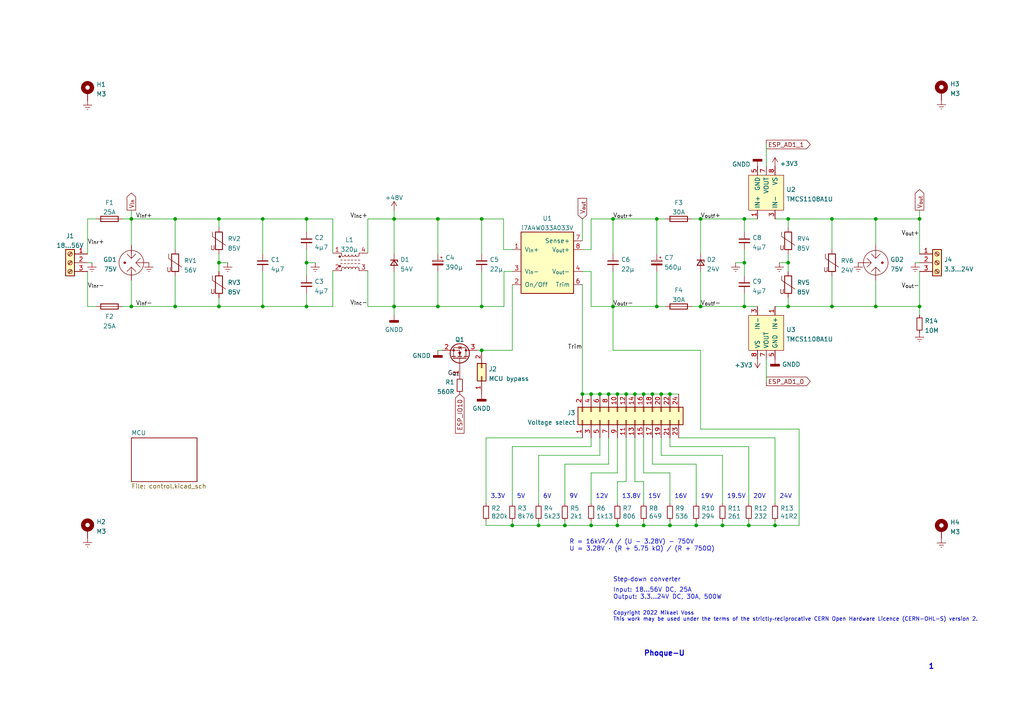
<source format=kicad_sch>
(kicad_sch (version 20211123) (generator eeschema)
  (paper "A4")
  (lib_symbols
    (symbol "Connector:Screw_Terminal_01x03" (pin_names (offset 1.016) hide)
      (property "Reference" "J" (at 0 5.08 0))
      (property "Value" "Screw_Terminal_01x03" (at 0 -5.08 0))
      (symbol "Screw_Terminal_01x03_1_1"
        (rectangle (start -1.27 3.81) (end 1.27 -3.81) (stroke (width 0.254)) (fill (type background)))
        (circle (center 0 -2.54) (radius 0.635) (stroke (width 0.1524)))
        (polyline (pts (xy -0.5334 -2.2098) (xy 0.3302 -3.048)) (stroke (width 0.1524)))
        (polyline (pts (xy -0.5334 0.3302) (xy 0.3302 -0.508)) (stroke (width 0.1524)))
        (polyline (pts (xy -0.5334 2.8702) (xy 0.3302 2.032)) (stroke (width 0.1524)))
        (polyline (pts (xy -0.3556 -2.032) (xy 0.508 -2.8702)) (stroke (width 0.1524)))
        (polyline (pts (xy -0.3556 0.508) (xy 0.508 -0.3302)) (stroke (width 0.1524)))
        (polyline (pts (xy -0.3556 3.048) (xy 0.508 2.2098)) (stroke (width 0.1524)))
        (circle (center 0 0) (radius 0.635) (stroke (width 0.1524)))
        (circle (center 0 2.54) (radius 0.635) (stroke (width 0.1524)))
        (pin passive line (at -5.08 2.54 0) (length 3.81) (name "Pin_1") (number "1"))
        (pin passive line (at -5.08 0 0) (length 3.81) (name "Pin_2") (number "2"))
        (pin passive line (at -5.08 -2.54 0) (length 3.81) (name "Pin_3") (number "3"))
      )
    )
    (symbol "Connector_Generic:Conn_02x01" (pin_names (offset 1.016) hide)
      (property "Reference" "J" (at 1.27 2.54 0))
      (property "Value" "Conn_02x01" (at 1.27 -2.54 0))
      (symbol "Conn_02x01_1_1"
        (rectangle (start -1.27 0.127) (end 0 -0.127) (stroke (width 0.1524)))
        (rectangle (start -1.27 1.27) (end 3.81 -1.27) (stroke (width 0.254)) (fill (type background)))
        (rectangle (start 3.81 0.127) (end 2.54 -0.127) (stroke (width 0.1524)))
        (pin passive line (at -5.08 0 0) (length 3.81) (name "Pin_1") (number "1"))
        (pin passive line (at 7.62 0 180) (length 3.81) (name "Pin_2") (number "2"))
      )
    )
    (symbol "Connector_Generic:Conn_02x12_Odd_Even" (pin_names (offset 1.016) hide)
      (property "Reference" "J" (at 1.27 15.24 0))
      (property "Value" "Conn_02x12_Odd_Even" (at 1.27 -17.78 0))
      (symbol "Conn_02x12_Odd_Even_1_1"
        (rectangle (start -1.27 -15.113) (end 0 -15.367) (stroke (width 0.1524)))
        (rectangle (start -1.27 -12.573) (end 0 -12.827) (stroke (width 0.1524)))
        (rectangle (start -1.27 -10.033) (end 0 -10.287) (stroke (width 0.1524)))
        (rectangle (start -1.27 -7.493) (end 0 -7.747) (stroke (width 0.1524)))
        (rectangle (start -1.27 -4.953) (end 0 -5.207) (stroke (width 0.1524)))
        (rectangle (start -1.27 -2.413) (end 0 -2.667) (stroke (width 0.1524)))
        (rectangle (start -1.27 0.127) (end 0 -0.127) (stroke (width 0.1524)))
        (rectangle (start -1.27 2.667) (end 0 2.413) (stroke (width 0.1524)))
        (rectangle (start -1.27 5.207) (end 0 4.953) (stroke (width 0.1524)))
        (rectangle (start -1.27 7.747) (end 0 7.493) (stroke (width 0.1524)))
        (rectangle (start -1.27 10.287) (end 0 10.033) (stroke (width 0.1524)))
        (rectangle (start -1.27 12.827) (end 0 12.573) (stroke (width 0.1524)))
        (rectangle (start -1.27 13.97) (end 3.81 -16.51) (stroke (width 0.254)) (fill (type background)))
        (rectangle (start 3.81 -15.113) (end 2.54 -15.367) (stroke (width 0.1524)))
        (rectangle (start 3.81 -12.573) (end 2.54 -12.827) (stroke (width 0.1524)))
        (rectangle (start 3.81 -10.033) (end 2.54 -10.287) (stroke (width 0.1524)))
        (rectangle (start 3.81 -7.493) (end 2.54 -7.747) (stroke (width 0.1524)))
        (rectangle (start 3.81 -4.953) (end 2.54 -5.207) (stroke (width 0.1524)))
        (rectangle (start 3.81 -2.413) (end 2.54 -2.667) (stroke (width 0.1524)))
        (rectangle (start 3.81 0.127) (end 2.54 -0.127) (stroke (width 0.1524)))
        (rectangle (start 3.81 2.667) (end 2.54 2.413) (stroke (width 0.1524)))
        (rectangle (start 3.81 5.207) (end 2.54 4.953) (stroke (width 0.1524)))
        (rectangle (start 3.81 7.747) (end 2.54 7.493) (stroke (width 0.1524)))
        (rectangle (start 3.81 10.287) (end 2.54 10.033) (stroke (width 0.1524)))
        (rectangle (start 3.81 12.827) (end 2.54 12.573) (stroke (width 0.1524)))
        (pin passive line (at -5.08 12.7 0) (length 3.81) (name "Pin_1") (number "1"))
        (pin passive line (at 7.62 2.54 180) (length 3.81) (name "Pin_10") (number "10"))
        (pin passive line (at -5.08 0 0) (length 3.81) (name "Pin_11") (number "11"))
        (pin passive line (at 7.62 0 180) (length 3.81) (name "Pin_12") (number "12"))
        (pin passive line (at -5.08 -2.54 0) (length 3.81) (name "Pin_13") (number "13"))
        (pin passive line (at 7.62 -2.54 180) (length 3.81) (name "Pin_14") (number "14"))
        (pin passive line (at -5.08 -5.08 0) (length 3.81) (name "Pin_15") (number "15"))
        (pin passive line (at 7.62 -5.08 180) (length 3.81) (name "Pin_16") (number "16"))
        (pin passive line (at -5.08 -7.62 0) (length 3.81) (name "Pin_17") (number "17"))
        (pin passive line (at 7.62 -7.62 180) (length 3.81) (name "Pin_18") (number "18"))
        (pin passive line (at -5.08 -10.16 0) (length 3.81) (name "Pin_19") (number "19"))
        (pin passive line (at 7.62 12.7 180) (length 3.81) (name "Pin_2") (number "2"))
        (pin passive line (at 7.62 -10.16 180) (length 3.81) (name "Pin_20") (number "20"))
        (pin passive line (at -5.08 -12.7 0) (length 3.81) (name "Pin_21") (number "21"))
        (pin passive line (at 7.62 -12.7 180) (length 3.81) (name "Pin_22") (number "22"))
        (pin passive line (at -5.08 -15.24 0) (length 3.81) (name "Pin_23") (number "23"))
        (pin passive line (at 7.62 -15.24 180) (length 3.81) (name "Pin_24") (number "24"))
        (pin passive line (at -5.08 10.16 0) (length 3.81) (name "Pin_3") (number "3"))
        (pin passive line (at 7.62 10.16 180) (length 3.81) (name "Pin_4") (number "4"))
        (pin passive line (at -5.08 7.62 0) (length 3.81) (name "Pin_5") (number "5"))
        (pin passive line (at 7.62 7.62 180) (length 3.81) (name "Pin_6") (number "6"))
        (pin passive line (at -5.08 5.08 0) (length 3.81) (name "Pin_7") (number "7"))
        (pin passive line (at 7.62 5.08 180) (length 3.81) (name "Pin_8") (number "8"))
        (pin passive line (at -5.08 2.54 0) (length 3.81) (name "Pin_9") (number "9"))
      )
    )
    (symbol "Device:C_Polarized_Small" (pin_numbers hide) (pin_names (offset 0.254) hide)
      (property "Reference" "C" (at 0.254 1.778 0))
      (property "Value" "C_Polarized_Small" (at 0.254 -2.032 0))
      (symbol "C_Polarized_Small_0_1"
        (rectangle (start -1.524 -0.3048) (end 1.524 -0.6858) (fill (type outline)))
        (rectangle (start -1.524 0.6858) (end 1.524 0.3048))
        (polyline (pts (xy -1.27 1.524) (xy -0.762 1.524)))
        (polyline (pts (xy -1.016 1.27) (xy -1.016 1.778)))
      )
      (symbol "C_Polarized_Small_1_1"
        (pin passive line (at 0 2.54 270) (length 1.8542) (name "~") (number "1"))
        (pin passive line (at 0 -2.54 90) (length 1.8542) (name "~") (number "2"))
      )
    )
    (symbol "Device:C_Small" (pin_numbers hide) (pin_names (offset 0.254) hide)
      (property "Reference" "C" (at 0.254 1.778 0))
      (property "Value" "C_Small" (at 0.254 -2.032 0))
      (symbol "C_Small_0_1"
        (polyline (pts (xy -1.524 -0.508) (xy 1.524 -0.508)) (stroke (width 0.3302)))
        (polyline (pts (xy -1.524 0.508) (xy 1.524 0.508)) (stroke (width 0.3048)))
      )
      (symbol "C_Small_1_1"
        (pin passive line (at 0 2.54 270) (length 2.032) (name "~") (number "1"))
        (pin passive line (at 0 -2.54 90) (length 2.032) (name "~") (number "2"))
      )
    )
    (symbol "Device:D_Zener_Small" (pin_numbers hide) (pin_names (offset 0.254) hide)
      (property "Reference" "D" (at 0 2.286 0))
      (property "Value" "D_Zener_Small" (at 0 -2.286 0))
      (symbol "D_Zener_Small_0_1"
        (polyline (pts (xy 0.762 0) (xy -0.762 0)))
        (polyline (pts (xy -0.254 1.016) (xy -0.762 1.016) (xy -0.762 -1.016)) (stroke (width 0.254)))
        (polyline (pts (xy 0.762 1.016) (xy -0.762 0) (xy 0.762 -1.016) (xy 0.762 1.016)) (stroke (width 0.254)))
      )
      (symbol "D_Zener_Small_1_1"
        (pin passive line (at -2.54 0 0) (length 1.778) (name "K") (number "1"))
        (pin passive line (at 2.54 0 180) (length 1.778) (name "A") (number "2"))
      )
    )
    (symbol "Device:Fuse" (pin_numbers hide) (pin_names (offset 0))
      (property "Reference" "F" (at 2.032 0 90))
      (property "Value" "Fuse" (at -1.905 0 90))
      (symbol "Fuse_0_1"
        (rectangle (start -0.762 -2.54) (end 0.762 2.54) (stroke (width 0.254)))
        (polyline (pts (xy 0 2.54) (xy 0 -2.54)))
      )
      (symbol "Fuse_1_1"
        (pin passive line (at 0 3.81 270) (length 1.27) (name "~") (number "1"))
        (pin passive line (at 0 -3.81 90) (length 1.27) (name "~") (number "2"))
      )
    )
    (symbol "Device:GDT_3Pin" (pin_numbers hide)
      (property "Reference" "GD" (at 5.08 0 90))
      (property "Value" "GDT_3Pin" (at 7.62 0 90))
      (symbol "GDT_3Pin_0_1"
        (polyline (pts (xy -2.54 0) (xy -1.27 0)))
        (polyline (pts (xy 0 -2.54) (xy 0 -1.27)))
        (polyline (pts (xy 0 -1.27) (xy -1.27 -2.54)))
        (polyline (pts (xy 0 -1.27) (xy 1.27 -2.54)))
        (polyline (pts (xy 0 1.27) (xy -1.27 2.54)))
        (polyline (pts (xy 0 1.27) (xy 1.27 2.54)))
        (polyline (pts (xy 0 2.54) (xy 0 1.27)))
        (polyline (pts (xy -2.54 1.27) (xy -1.27 0) (xy -2.54 -1.27)))
        (circle (center 0 0) (radius 3.5814))
        (circle (center 1.905 0) (radius 0.127))
        (circle (center 1.905 0) (radius 0.127))
        (circle (center 1.905 0) (radius 0.2794))
        (circle (center 2.032 0) (radius 0.127))
      )
      (symbol "GDT_3Pin_1_1"
        (pin passive line (at 0 -5.08 90) (length 2.54) (name "~") (number "1"))
        (pin passive line (at -5.08 0 0) (length 2.54) (name "~") (number "2"))
        (pin passive line (at 0 5.08 270) (length 2.54) (name "~") (number "3"))
      )
    )
    (symbol "Device:L_Ferrite_Coupled_1423" (pin_names (offset 0.254) hide)
      (property "Reference" "L" (at 0 4.445 0))
      (property "Value" "L_Ferrite_Coupled_1423" (at 0 -4.445 0))
      (symbol "L_Ferrite_Coupled_1423_0_1"
        (circle (center -3.048 -1.27) (radius 0.254) (fill (type outline)))
        (circle (center -3.048 1.524) (radius 0.254) (fill (type outline)))
        (arc (start -2.54 2.032) (mid -2.032 1.524) (end -1.524 2.032))
        (arc (start -1.524 -2.032) (mid -2.032 -1.524) (end -2.54 -2.032))
        (arc (start -1.524 2.032) (mid -1.016 1.524) (end -0.508 2.032))
        (arc (start -0.508 -2.032) (mid -1.016 -1.524) (end -1.524 -2.032))
        (arc (start -0.508 2.032) (mid 0 1.524) (end 0.508 2.032))
        (polyline (pts (xy -2.794 -0.508) (xy -2.286 -0.508)))
        (polyline (pts (xy -2.794 0.508) (xy -2.286 0.508)))
        (polyline (pts (xy -2.54 -2.032) (xy -2.54 -2.54)))
        (polyline (pts (xy -2.54 2.032) (xy -2.54 2.54)))
        (polyline (pts (xy -1.778 -0.508) (xy -1.27 -0.508)))
        (polyline (pts (xy -1.778 0.508) (xy -1.27 0.508)))
        (polyline (pts (xy -0.762 -0.508) (xy -0.254 -0.508)))
        (polyline (pts (xy -0.762 0.508) (xy -0.254 0.508)))
        (polyline (pts (xy 0.254 -0.508) (xy 0.762 -0.508)))
        (polyline (pts (xy 0.254 0.508) (xy 0.762 0.508)))
        (polyline (pts (xy 1.27 -0.508) (xy 1.778 -0.508)))
        (polyline (pts (xy 1.27 0.508) (xy 1.778 0.508)))
        (polyline (pts (xy 2.286 -0.508) (xy 2.794 -0.508)))
        (polyline (pts (xy 2.286 0.508) (xy 2.794 0.508)))
        (polyline (pts (xy 2.54 -2.032) (xy 2.54 -2.54)))
        (polyline (pts (xy 2.54 2.54) (xy 2.54 2.032)))
        (arc (start 0.508 -2.032) (mid 0 -1.524) (end -0.508 -2.032))
        (arc (start 0.508 2.032) (mid 1.016 1.524) (end 1.524 2.032))
        (arc (start 1.524 -2.032) (mid 1.016 -1.524) (end 0.508 -2.032))
        (arc (start 1.524 2.032) (mid 2.032 1.524) (end 2.54 2.032))
        (arc (start 2.54 -2.032) (mid 2.032 -1.524) (end 1.524 -2.032))
      )
      (symbol "L_Ferrite_Coupled_1423_1_1"
        (pin passive line (at -5.08 2.54 0) (length 2.54) (name "1") (number "1"))
        (pin passive line (at -5.08 -2.54 0) (length 2.54) (name "2") (number "2"))
        (pin passive line (at 5.08 -2.54 180) (length 2.54) (name "3") (number "3"))
        (pin passive line (at 5.08 2.54 180) (length 2.54) (name "4") (number "4"))
      )
    )
    (symbol "Device:Q_NMOS_GSD" (pin_names (offset 0) hide)
      (property "Reference" "Q" (at 5.08 1.27 0))
      (property "Value" "Q_NMOS_GSD" (at 5.08 -1.27 0))
      (symbol "Q_NMOS_GSD_0_1"
        (polyline (pts (xy 0.254 0) (xy -2.54 0)))
        (polyline (pts (xy 0.254 1.905) (xy 0.254 -1.905)) (stroke (width 0.254)))
        (polyline (pts (xy 0.762 -1.27) (xy 0.762 -2.286)) (stroke (width 0.254)))
        (polyline (pts (xy 0.762 0.508) (xy 0.762 -0.508)) (stroke (width 0.254)))
        (polyline (pts (xy 0.762 2.286) (xy 0.762 1.27)) (stroke (width 0.254)))
        (polyline (pts (xy 2.54 2.54) (xy 2.54 1.778)))
        (polyline (pts (xy 2.54 -2.54) (xy 2.54 0) (xy 0.762 0)))
        (polyline (pts (xy 0.762 -1.778) (xy 3.302 -1.778) (xy 3.302 1.778) (xy 0.762 1.778)))
        (polyline (pts (xy 1.016 0) (xy 2.032 0.381) (xy 2.032 -0.381) (xy 1.016 0)) (fill (type outline)))
        (polyline (pts (xy 2.794 0.508) (xy 2.921 0.381) (xy 3.683 0.381) (xy 3.81 0.254)))
        (polyline (pts (xy 3.302 0.381) (xy 2.921 -0.254) (xy 3.683 -0.254) (xy 3.302 0.381)))
        (circle (center 1.651 0) (radius 2.794) (stroke (width 0.254)))
        (circle (center 2.54 -1.778) (radius 0.254) (fill (type outline)))
        (circle (center 2.54 1.778) (radius 0.254) (fill (type outline)))
      )
      (symbol "Q_NMOS_GSD_1_1"
        (pin input line (at -5.08 0 0) (length 2.54) (name "G") (number "1"))
        (pin passive line (at 2.54 -5.08 90) (length 2.54) (name "S") (number "2"))
        (pin passive line (at 2.54 5.08 270) (length 2.54) (name "D") (number "3"))
      )
    )
    (symbol "Device:R_Small" (pin_numbers hide) (pin_names (offset 0.254) hide)
      (property "Reference" "R" (at 0.762 0.508 0))
      (property "Value" "R_Small" (at 0.762 -1.016 0))
      (symbol "R_Small_0_1"
        (rectangle (start -0.762 1.778) (end 0.762 -1.778) (stroke (width 0.2032)))
      )
      (symbol "R_Small_1_1"
        (pin passive line (at 0 2.54 270) (length 0.762) (name "~") (number "1"))
        (pin passive line (at 0 -2.54 90) (length 0.762) (name "~") (number "2"))
      )
    )
    (symbol "Device:Varistor" (pin_numbers hide) (pin_names (offset 0))
      (property "Reference" "RV" (at 3.175 0 90))
      (property "Value" "Varistor" (at -3.175 0 90))
      (symbol "Varistor_0_0"
        (text "U" (at -1.778 -2.032 0) (effects (font (size 1.27 1.27))))
      )
      (symbol "Varistor_0_1"
        (rectangle (start -1.016 -2.54) (end 1.016 2.54) (stroke (width 0.254)))
        (polyline (pts (xy -1.905 2.54) (xy -1.905 1.27) (xy 1.905 -1.27)))
      )
      (symbol "Varistor_1_1"
        (pin passive line (at 0 3.81 270) (length 1.27) (name "~") (number "1"))
        (pin passive line (at 0 -3.81 90) (length 1.27) (name "~") (number "2"))
      )
    )
    (symbol "Mechanical:MountingHole_Pad" (pin_numbers hide) (pin_names (offset 1.016) hide)
      (property "Reference" "H" (at 0 6.35 0))
      (property "Value" "MountingHole_Pad" (at 0 4.445 0))
      (symbol "MountingHole_Pad_0_1"
        (circle (center 0 1.27) (radius 1.27) (stroke (width 1.27)))
      )
      (symbol "MountingHole_Pad_1_1"
        (pin input line (at 0 -2.54 90) (length 2.54) (name "1") (number "1"))
      )
    )
    (symbol "phq_IC:TMCS1108A1U"
      (property "Reference" "U" (at 0 6.35 0))
      (property "Value" "TMCS1108A1U" (at 0 -6.35 0))
      (symbol "TMCS1108A1U_0_1"
        (rectangle (start -5.08 5.08) (end 5.08 -5.08) (stroke (width 0.1524)) (fill (type background)))
      )
      (symbol "TMCS1108A1U_1_1"
        (pin passive line (at -7.62 -2.54 0) (length 2.54) (name "IN+") (number "1"))
        (pin passive line (at -7.62 -2.54 0) (length 2.54) hide (name "IN+") (number "2"))
        (pin passive line (at -7.62 2.54 0) (length 2.54) (name "IN-") (number "3"))
        (pin passive line (at -7.62 2.54 0) (length 2.54) hide (name "IN-") (number "4"))
        (pin power_in line (at 7.62 -2.54 180) (length 2.54) (name "GND") (number "5"))
        (pin power_in line (at 7.62 -2.54 180) (length 2.54) hide (name "NC") (number "6"))
        (pin output line (at 7.62 0 180) (length 2.54) (name "VOUT") (number "7"))
        (pin power_in line (at 7.62 2.54 180) (length 2.54) (name "VS") (number "8"))
      )
    )
    (symbol "phq_Module:i7A4W033A033V-0C1" (pin_names (offset 1.016))
      (property "Reference" "U" (at 0 10.16 0))
      (property "Value" "i7A4W033A033V-0C1" (at 0 -10.16 0))
      (symbol "i7A4W033A033V-0C1_0_1"
        (rectangle (start -7.62 8.89) (end 7.62 -8.89) (stroke (width 0.254)) (fill (type background)))
      )
      (symbol "i7A4W033A033V-0C1_1_1"
        (pin power_in line (at -10.16 3.81 0) (length 2.54) (name "V_{in}+") (number "1"))
        (pin input line (at -10.16 -6.35 0) (length 2.54) (name "On / Off") (number "2"))
        (pin power_in line (at -10.16 -2.54 0) (length 2.54) (name "V_{in}-") (number "3"))
        (pin power_out line (at 10.16 -2.54 180) (length 2.54) (name "V_{out}-") (number "4"))
        (pin input line (at 10.16 -6.35 180) (length 2.54) (name "Trim") (number "6"))
        (pin input line (at 10.16 6.35 180) (length 2.54) (name "Sense +") (number "7"))
        (pin power_out line (at 10.16 3.81 180) (length 2.54) (name "V_{out}+") (number "8"))
      )
    )
    (symbol "power:+3V3" (power) (pin_names (offset 0))
      (property "Value" "+3V3" (at 0 3.556 0))
      (symbol "+3V3_0_1"
        (polyline (pts (xy -0.762 1.27) (xy 0 2.54)))
        (polyline (pts (xy 0 0) (xy 0 2.54)))
        (polyline (pts (xy 0 2.54) (xy 0.762 1.27)))
      )
      (symbol "+3V3_1_1"
        (pin power_in line (at 0 0 90) (length 0) hide (name "+3V3") (number "1"))
      )
    )
    (symbol "power:+48V" (power) (pin_names (offset 0))
      (property "Value" "+48V" (at 0 3.556 0))
      (symbol "+48V_0_1"
        (polyline (pts (xy -0.762 1.27) (xy 0 2.54)))
        (polyline (pts (xy 0 0) (xy 0 2.54)))
        (polyline (pts (xy 0 2.54) (xy 0.762 1.27)))
      )
      (symbol "+48V_1_1"
        (pin power_in line (at 0 0 90) (length 0) hide (name "+48V") (number "1"))
      )
    )
    (symbol "power:Earth" (power) (pin_names (offset 0))
      (symbol "Earth_0_1"
        (polyline (pts (xy -0.635 -1.905) (xy 0.635 -1.905)))
        (polyline (pts (xy -0.127 -2.54) (xy 0.127 -2.54)))
        (polyline (pts (xy 0 -1.27) (xy 0 0)))
        (polyline (pts (xy 1.27 -1.27) (xy -1.27 -1.27)))
      )
      (symbol "Earth_1_1"
        (pin power_in line (at 0 0 270) (length 0) hide (name "Earth") (number "1"))
      )
    )
    (symbol "power:GNDD" (power) (pin_names (offset 0))
      (property "Value" "GNDD" (at 0 -3.175 0))
      (symbol "GNDD_0_1"
        (rectangle (start -1.27 -1.524) (end 1.27 -2.032) (stroke (width 0.254)) (fill (type outline)))
        (polyline (pts (xy 0 0) (xy 0 -1.524)))
      )
      (symbol "GNDD_1_1"
        (pin power_in line (at 0 0 270) (length 0) hide (name "GNDD") (number "1"))
      )
    )
  )
  (junction (at 189.23 114.3))
  (junction (at 241.3 88.9))
  (junction (at 266.7 88.9))
  (junction (at 186.69 152.4))
  (junction (at 215.9 63.5))
  (junction (at 241.3 63.5))
  (junction (at 50.8 88.9))
  (junction (at 203.2 63.5))
  (junction (at 201.93 152.4))
  (junction (at 203.2 88.9))
  (junction (at 224.79 152.4))
  (junction (at 194.31 152.4))
  (junction (at 176.53 114.3))
  (junction (at 215.9 76.2))
  (junction (at 63.5 76.2))
  (junction (at 173.99 114.3))
  (junction (at 38.1 88.9))
  (junction (at 139.7 88.9))
  (junction (at 114.3 88.9))
  (junction (at 228.6 76.2))
  (junction (at 168.91 114.3))
  (junction (at 191.77 114.3))
  (junction (at 127 88.9))
  (junction (at 181.61 114.3))
  (junction (at 190.5 88.9))
  (junction (at 114.3 63.5))
  (junction (at 254 63.5))
  (junction (at 215.9 88.9))
  (junction (at 254 88.9))
  (junction (at 177.8 88.9))
  (junction (at 50.8 63.5))
  (junction (at 88.9 63.5))
  (junction (at 76.2 88.9))
  (junction (at 184.15 114.3))
  (junction (at 63.5 88.9))
  (junction (at 38.1 63.5))
  (junction (at 194.31 114.3))
  (junction (at 179.07 114.3))
  (junction (at 76.2 63.5))
  (junction (at 179.07 152.4))
  (junction (at 148.59 152.4))
  (junction (at 88.9 76.2))
  (junction (at 266.7 63.5))
  (junction (at 156.21 152.4))
  (junction (at 209.55 152.4))
  (junction (at 186.69 114.3))
  (junction (at 228.6 88.9))
  (junction (at 63.5 63.5))
  (junction (at 171.45 114.3))
  (junction (at 139.7 101.6))
  (junction (at 139.7 63.5))
  (junction (at 163.83 152.4))
  (junction (at 190.5 63.5))
  (junction (at 88.9 88.9))
  (junction (at 171.45 152.4))
  (junction (at 228.6 63.5))
  (junction (at 127 63.5))
  (junction (at 217.17 152.4))
  (junction (at 177.8 63.5))
  (wire (pts (xy 25.4 63.5) (xy 27.94 63.5)))
  (wire (pts (xy 171.45 88.9) (xy 171.45 78.74)))
  (wire (pts (xy 146.177 88.9) (xy 146.177 78.74)))
  (wire (pts (xy 217.17 151.13) (xy 217.17 152.4)))
  (wire (pts (xy 254 63.5) (xy 266.7 63.5)))
  (wire (pts (xy 50.8 88.9) (xy 63.5 88.9)))
  (wire (pts (xy 181.61 139.7) (xy 181.61 127)))
  (wire (pts (xy 148.59 146.05) (xy 148.59 129.54)))
  (wire (pts (xy 114.3 63.5) (xy 114.3 73.66)))
  (wire (pts (xy 215.9 88.9) (xy 219.71 88.9)))
  (wire (pts (xy 190.5 73.66) (xy 190.5 63.5)))
  (wire (pts (xy 106.68 63.5) (xy 114.3 63.5)))
  (wire (pts (xy 127 88.9) (xy 139.7 88.9)))
  (wire (pts (xy 171.45 152.4) (xy 179.07 152.4)))
  (wire (pts (xy 76.2 63.5) (xy 88.9 63.5)))
  (wire (pts (xy 96.52 88.9) (xy 88.9 88.9)))
  (wire (pts (xy 179.07 114.3) (xy 181.61 114.3)))
  (wire (pts (xy 148.59 82.55) (xy 148.59 101.6)))
  (wire (pts (xy 96.52 63.5) (xy 96.52 73.406)))
  (wire (pts (xy 63.5 76.2) (xy 63.5 78.74)))
  (wire (pts (xy 88.9 76.2) (xy 88.9 80.01)))
  (wire (pts (xy 148.59 129.54) (xy 171.45 129.54)))
  (wire (pts (xy 222.25 41.91) (xy 222.25 48.26)))
  (wire (pts (xy 265.43 76.2) (xy 266.7 76.2)))
  (wire (pts (xy 179.07 127) (xy 179.07 137.16)))
  (wire (pts (xy 203.2 63.5) (xy 215.9 63.5)))
  (wire (pts (xy 140.97 127) (xy 168.91 127)))
  (wire (pts (xy 88.9 63.5) (xy 88.9 67.31)))
  (wire (pts (xy 203.2 124.46) (xy 203.2 101.6)))
  (wire (pts (xy 241.3 63.5) (xy 241.3 72.39)))
  (wire (pts (xy 228.6 76.2) (xy 228.6 78.74)))
  (wire (pts (xy 35.56 88.9) (xy 38.1 88.9)))
  (wire (pts (xy 171.45 137.16) (xy 179.07 137.16)))
  (wire (pts (xy 179.07 152.4) (xy 186.69 152.4)))
  (wire (pts (xy 106.68 88.9) (xy 114.3 88.9)))
  (wire (pts (xy 171.45 129.54) (xy 171.45 127)))
  (wire (pts (xy 63.5 63.5) (xy 63.5 66.04)))
  (wire (pts (xy 228.6 63.5) (xy 228.6 66.04)))
  (wire (pts (xy 171.45 72.39) (xy 168.91 72.39)))
  (wire (pts (xy 191.77 132.08) (xy 209.55 132.08)))
  (wire (pts (xy 163.83 134.62) (xy 176.53 134.62)))
  (wire (pts (xy 38.1 60.96) (xy 38.1 63.5)))
  (wire (pts (xy 25.4 63.5) (xy 25.4 73.66)))
  (wire (pts (xy 177.8 63.5) (xy 190.5 63.5)))
  (wire (pts (xy 146.05 63.5) (xy 139.7 63.5)))
  (wire (pts (xy 200.66 63.5) (xy 203.2 63.5)))
  (wire (pts (xy 146.177 78.74) (xy 148.59 78.74)))
  (wire (pts (xy 88.9 63.5) (xy 96.52 63.5)))
  (wire (pts (xy 114.3 63.5) (xy 127 63.5)))
  (wire (pts (xy 222.25 104.14) (xy 222.25 110.617)))
  (wire (pts (xy 231.775 124.46) (xy 203.2 124.46)))
  (wire (pts (xy 186.69 151.13) (xy 186.69 152.4)))
  (wire (pts (xy 114.3 88.9) (xy 127 88.9)))
  (wire (pts (xy 184.15 139.7) (xy 186.69 139.7)))
  (wire (pts (xy 186.69 127) (xy 186.69 137.16)))
  (wire (pts (xy 127 63.5) (xy 139.7 63.5)))
  (wire (pts (xy 224.79 63.5) (xy 228.6 63.5)))
  (wire (pts (xy 177.8 63.5) (xy 171.45 63.5)))
  (wire (pts (xy 179.07 151.13) (xy 179.07 152.4)))
  (wire (pts (xy 228.6 73.66) (xy 228.6 76.2)))
  (wire (pts (xy 114.3 78.74) (xy 114.3 88.9)))
  (wire (pts (xy 224.79 152.4) (xy 231.775 152.4)))
  (wire (pts (xy 88.9 76.2) (xy 91.44 76.2)))
  (wire (pts (xy 201.93 152.4) (xy 209.55 152.4)))
  (wire (pts (xy 114.3 91.44) (xy 114.3 88.9)))
  (wire (pts (xy 224.79 88.9) (xy 228.6 88.9)))
  (wire (pts (xy 196.85 127) (xy 224.79 127)))
  (wire (pts (xy 177.8 88.9) (xy 190.5 88.9)))
  (wire (pts (xy 224.79 151.13) (xy 224.79 152.4)))
  (wire (pts (xy 191.77 132.08) (xy 191.77 127)))
  (wire (pts (xy 127 101.6) (xy 128.27 101.6)))
  (wire (pts (xy 254 63.5) (xy 254 71.12)))
  (wire (pts (xy 203.2 63.5) (xy 203.2 73.66)))
  (wire (pts (xy 254 81.28) (xy 254 88.9)))
  (wire (pts (xy 171.45 114.3) (xy 173.99 114.3)))
  (wire (pts (xy 186.69 114.3) (xy 189.23 114.3)))
  (wire (pts (xy 96.52 78.486) (xy 96.52 88.9)))
  (wire (pts (xy 201.93 134.62) (xy 201.93 146.05)))
  (wire (pts (xy 63.5 76.2) (xy 66.04 76.2)))
  (wire (pts (xy 63.5 63.5) (xy 76.2 63.5)))
  (wire (pts (xy 194.31 151.13) (xy 194.31 152.4)))
  (wire (pts (xy 171.45 78.74) (xy 168.91 78.74)))
  (wire (pts (xy 215.9 63.5) (xy 215.9 67.31)))
  (wire (pts (xy 228.6 76.2) (xy 226.06 76.2)))
  (wire (pts (xy 266.7 88.9) (xy 266.7 78.74)))
  (wire (pts (xy 140.97 146.05) (xy 140.97 127)))
  (wire (pts (xy 63.5 88.9) (xy 76.2 88.9)))
  (wire (pts (xy 254 88.9) (xy 266.7 88.9)))
  (wire (pts (xy 88.9 85.09) (xy 88.9 88.9)))
  (wire (pts (xy 213.36 76.2) (xy 215.9 76.2)))
  (wire (pts (xy 190.5 88.9) (xy 193.04 88.9)))
  (wire (pts (xy 171.45 151.13) (xy 171.45 152.4)))
  (wire (pts (xy 241.3 80.01) (xy 241.3 88.9)))
  (wire (pts (xy 241.3 63.5) (xy 254 63.5)))
  (wire (pts (xy 177.8 101.6) (xy 203.2 101.6)))
  (wire (pts (xy 148.59 101.6) (xy 139.7 101.6)))
  (wire (pts (xy 139.7 88.9) (xy 146.177 88.9)))
  (wire (pts (xy 148.59 151.13) (xy 148.59 152.4)))
  (wire (pts (xy 217.17 152.4) (xy 224.79 152.4)))
  (wire (pts (xy 228.6 86.36) (xy 228.6 88.9)))
  (wire (pts (xy 177.8 63.5) (xy 177.8 73.66)))
  (wire (pts (xy 127 78.74) (xy 127 88.9)))
  (wire (pts (xy 209.55 146.05) (xy 209.55 132.08)))
  (wire (pts (xy 25.4 76.2) (xy 26.67 76.2)))
  (wire (pts (xy 209.55 152.4) (xy 217.17 152.4)))
  (wire (pts (xy 139.7 78.74) (xy 139.7 88.9)))
  (wire (pts (xy 179.07 139.7) (xy 181.61 139.7)))
  (wire (pts (xy 25.4 88.9) (xy 27.94 88.9)))
  (wire (pts (xy 140.97 152.4) (xy 148.59 152.4)))
  (wire (pts (xy 171.45 63.5) (xy 171.45 72.39)))
  (wire (pts (xy 194.31 129.54) (xy 217.17 129.54)))
  (wire (pts (xy 189.23 134.62) (xy 189.23 127)))
  (wire (pts (xy 76.2 88.9) (xy 88.9 88.9)))
  (wire (pts (xy 201.93 151.13) (xy 201.93 152.4)))
  (wire (pts (xy 177.8 101.6) (xy 177.8 88.9)))
  (wire (pts (xy 176.53 114.3) (xy 179.07 114.3)))
  (wire (pts (xy 184.15 127) (xy 184.15 139.7)))
  (wire (pts (xy 203.2 88.9) (xy 215.9 88.9)))
  (wire (pts (xy 156.21 146.05) (xy 156.21 132.08)))
  (wire (pts (xy 38.1 63.5) (xy 38.1 71.12)))
  (wire (pts (xy 181.61 114.3) (xy 184.15 114.3)))
  (wire (pts (xy 139.7 63.5) (xy 139.7 73.66)))
  (wire (pts (xy 156.21 151.13) (xy 156.21 152.4)))
  (wire (pts (xy 186.69 137.16) (xy 194.31 137.16)))
  (wire (pts (xy 168.91 114.3) (xy 171.45 114.3)))
  (wire (pts (xy 138.43 101.6) (xy 139.7 101.6)))
  (wire (pts (xy 163.83 146.05) (xy 163.83 134.62)))
  (wire (pts (xy 194.31 129.54) (xy 194.31 127)))
  (wire (pts (xy 156.21 132.08) (xy 173.99 132.08)))
  (wire (pts (xy 194.31 146.05) (xy 194.31 137.16)))
  (wire (pts (xy 76.2 88.9) (xy 76.2 78.74)))
  (wire (pts (xy 173.99 114.3) (xy 176.53 114.3)))
  (wire (pts (xy 38.1 81.28) (xy 38.1 88.9)))
  (wire (pts (xy 228.6 63.5) (xy 241.3 63.5)))
  (wire (pts (xy 146.05 63.5) (xy 146.05 72.39)))
  (wire (pts (xy 190.5 63.5) (xy 193.04 63.5)))
  (wire (pts (xy 171.45 137.16) (xy 171.45 146.05)))
  (wire (pts (xy 50.8 63.5) (xy 63.5 63.5)))
  (wire (pts (xy 156.21 152.4) (xy 163.83 152.4)))
  (wire (pts (xy 148.59 152.4) (xy 156.21 152.4)))
  (wire (pts (xy 224.79 146.05) (xy 224.79 127)))
  (wire (pts (xy 88.9 72.39) (xy 88.9 76.2)))
  (wire (pts (xy 266.7 88.9) (xy 266.7 91.44)))
  (wire (pts (xy 215.9 63.5) (xy 219.71 63.5)))
  (wire (pts (xy 106.68 73.406) (xy 106.68 63.5)))
  (wire (pts (xy 163.83 151.13) (xy 163.83 152.4)))
  (wire (pts (xy 190.5 78.74) (xy 190.5 88.9)))
  (wire (pts (xy 215.9 76.2) (xy 215.9 80.01)))
  (wire (pts (xy 194.31 152.4) (xy 201.93 152.4)))
  (wire (pts (xy 231.775 152.4) (xy 231.775 124.46)))
  (wire (pts (xy 209.55 151.13) (xy 209.55 152.4)))
  (wire (pts (xy 191.77 114.3) (xy 194.31 114.3)))
  (wire (pts (xy 228.6 88.9) (xy 241.3 88.9)))
  (wire (pts (xy 194.31 114.3) (xy 196.85 114.3)))
  (wire (pts (xy 63.5 73.66) (xy 63.5 76.2)))
  (wire (pts (xy 168.91 63.5) (xy 168.91 69.85)))
  (wire (pts (xy 63.5 86.36) (xy 63.5 88.9)))
  (wire (pts (xy 266.7 63.5) (xy 266.7 73.66)))
  (wire (pts (xy 186.69 139.7) (xy 186.69 146.05)))
  (wire (pts (xy 146.05 72.39) (xy 148.59 72.39)))
  (wire (pts (xy 35.56 63.5) (xy 38.1 63.5)))
  (wire (pts (xy 127 63.5) (xy 127 73.66)))
  (wire (pts (xy 217.17 146.05) (xy 217.17 129.54)))
  (wire (pts (xy 176.53 127) (xy 176.53 134.62)))
  (wire (pts (xy 189.23 114.3) (xy 191.77 114.3)))
  (wire (pts (xy 168.91 82.55) (xy 168.91 114.3)))
  (wire (pts (xy 38.1 88.9) (xy 50.8 88.9)))
  (wire (pts (xy 177.8 88.9) (xy 171.45 88.9)))
  (wire (pts (xy 76.2 63.5) (xy 76.2 73.66)))
  (wire (pts (xy 25.4 78.74) (xy 25.4 88.9)))
  (wire (pts (xy 189.23 134.62) (xy 201.93 134.62)))
  (wire (pts (xy 266.7 60.96) (xy 266.7 63.5)))
  (wire (pts (xy 179.07 139.7) (xy 179.07 146.05)))
  (wire (pts (xy 114.3 60.96) (xy 114.3 63.5)))
  (wire (pts (xy 186.69 152.4) (xy 194.31 152.4)))
  (wire (pts (xy 163.83 152.4) (xy 171.45 152.4)))
  (wire (pts (xy 140.97 151.13) (xy 140.97 152.4)))
  (wire (pts (xy 184.15 114.3) (xy 186.69 114.3)))
  (wire (pts (xy 177.8 78.74) (xy 177.8 88.9)))
  (wire (pts (xy 38.1 63.5) (xy 50.8 63.5)))
  (wire (pts (xy 241.3 88.9) (xy 254 88.9)))
  (wire (pts (xy 200.66 88.9) (xy 203.2 88.9)))
  (wire (pts (xy 50.8 80.01) (xy 50.8 88.9)))
  (wire (pts (xy 173.99 132.08) (xy 173.99 127)))
  (wire (pts (xy 215.9 85.09) (xy 215.9 88.9)))
  (wire (pts (xy 50.8 72.39) (xy 50.8 63.5)))
  (wire (pts (xy 106.68 78.486) (xy 106.68 88.9)))
  (wire (pts (xy 215.9 72.39) (xy 215.9 76.2)))
  (wire (pts (xy 203.2 78.74) (xy 203.2 88.9)))
  (text "12 V" (at 172.72 144.78 0) (effects (font (size 1.27 1.27)) (justify left bottom)))
  (text "16 V" (at 195.58 144.78 0) (effects (font (size 1.27 1.27)) (justify left bottom)))
  (text "Phoque-U" (at 186.69 190.5 0) (effects (font (size 1.5 1.5) (thickness 0.3) bold) (justify left bottom)))
  (text "R = 16 kV^{2} / A / (U - 3.28 V) - 750 V\nU = 3.28 V · (R + 5.75 kΩ) / (R + 750 Ω)" (at 165.1 160.02 0) (effects (font (size 1.27 1.27)) (justify left bottom)))
  (text "1" (at 269.24 194.31 0) (effects (font (size 1.5 1.5) (thickness 0.3) bold) (justify left bottom)))
  (text "15 V" (at 187.96 144.78 0) (effects (font (size 1.27 1.27)) (justify left bottom)))
  (text "24 V" (at 226.06 144.78 0) (effects (font (size 1.27 1.27)) (justify left bottom)))
  (text "13.8 V" (at 180.34 144.78 0) (effects (font (size 1.27 1.27)) (justify left bottom)))
  (text "9 V" (at 165.1 144.78 0) (effects (font (size 1.27 1.27)) (justify left bottom)))
  (text "Copyright 2022 Mikael Voss\nThis work may be used under the terms of the strictly‐reciprocative CERN Open Hardware Licence (CERN-OHL-S) version 2." (at 177.8 180.34 0) (effects (font (size 1.1 1.1)) (justify left bottom)))
  (text "Input: 18…56 V DC, 25 A\nOutput: 3.3…24 V DC, 30 A, 500 W" (at 177.8 173.99 0) (effects (font (size 1.27 1.27)) (justify left bottom)))
  (text "19.5 V" (at 210.82 144.78 0) (effects (font (size 1.27 1.27)) (justify left bottom)))
  (text "5 V" (at 149.86 144.78 0) (effects (font (size 1.27 1.27)) (justify left bottom)))
  (text "19 V" (at 203.2 144.78 0) (effects (font (size 1.27 1.27)) (justify left bottom)))
  (text "Step‐down converter" (at 177.8 168.91 0) (effects (font (size 1.27 1.27)) (justify left bottom)))
  (text "6 V" (at 157.48 144.78 0) (effects (font (size 1.27 1.27)) (justify left bottom)))
  (text "20 V" (at 218.44 144.78 0) (effects (font (size 1.27 1.27)) (justify left bottom)))
  (text "3.3 V" (at 142.24 144.78 0) (effects (font (size 1.27 1.27)) (justify left bottom)))
  (label "V_{inf}-" (at 39.37 88.9 0))
  (label "V_{inf}+" (at 39.37 63.5 0))
  (label "V_{outr}+" (at 177.8 63.5 0))
  (label "Trim" (at 168.91 101.6 180))
  (label "V_{inr}+" (at 25.4 71.12 0))
  (label "V_{inc}-" (at 106.68 88.773 180))
  (label "V_{out}+" (at 266.7 68.58 180))
  (label "V_{out}-" (at 266.7 83.82 180))
  (label "V_{inc}+" (at 106.68 63.5 180))
  (label "V_{outf}+" (at 203.2 63.5 0))
  (label "V_{outr}-" (at 177.8 88.9 0))
  (label "V_{inr}-" (at 25.4 83.82 0))
  (label "G_{Q1}" (at 133.35 109.22 180))
  (label "V_{outf}-" (at 203.2 88.9 0))
  (global_label "V_{out}" (shape output) (at 266.7 60.96 90) (property "Intersheet References" "${INTERSHEET_REFS}" (effects hide)))
  (global_label "ESP_AD1_1" (shape output) (at 222.25 41.91 0) (property "Intersheet References" "${INTERSHEET_REFS}" (effects hide)))
  (global_label "ESP_AD1_0" (shape output) (at 222.25 110.617 0) (property "Intersheet References" "${INTERSHEET_REFS}" (effects hide)))
  (global_label "ESP_IO10" (shape input) (at 133.35 114.3 270) (property "Intersheet References" "${INTERSHEET_REFS}" (effects hide)))
  (global_label "V_{in}" (shape output) (at 38.1 60.96 90) (property "Intersheet References" "${INTERSHEET_REFS}" (effects hide)))
  (global_label "V_{out}" (shape input) (at 168.91 63.5 90) (property "Intersheet References" "${INTERSHEET_REFS}" (effects hide)))
  (symbol (lib_id "Connector:Screw_Terminal_01x03") (at 20.32 76.2 0) (mirror y) (unit 1)
    (property "Reference" "J1" (at 20.32 68.4235 0))
    (property "Value" "18…56 V" (at 20.32 71.1986 0))
  )
  (symbol (lib_id "Device:Fuse") (at 31.75 63.5 90) (unit 1)
    (property "Reference" "F1" (at 31.75 58.7715 90))
    (property "Value" "25 A" (at 31.75 61.5466 90))
    (property "Footprint" "phq_THT:Keystone 3557" (effects hide))
    (property "Part Number" "3557" (effects hide))
  )
  (symbol (lib_id "Device:C_Small") (at 76.2 76.2 0) (unit 1)
    (property "Reference" "C1" (at 78.5241 75.2978 0) (effects (justify left)))
    (property "Value" "4µ7" (at 78.5241 78.0729 0) (effects (justify left)))
    (property "Footprint" "Capacitor_SMD:C_1210_3225Metric" (effects hide))
    (property "Manufacturer" "Kyocera AVX" (effects hide))
    (property "Part Number" "12101C475K4T2A" (effects hide))
  )
  (symbol (lib_id "Device:C_Small") (at 88.9 69.85 0) (unit 1)
    (property "Reference" "C2" (at 91.2241 68.9478 0) (effects (justify left)))
    (property "Value" "4µ7" (at 91.2241 71.7229 0) (effects (justify left)))
    (property "Footprint" "Capacitor_SMD:C_1210_3225Metric" (effects hide))
    (property "Part Number" "CD45-E2GA472M-NKA" (effects hide))
  )
  (symbol (lib_id "Device:C_Small") (at 88.9 82.55 0) (unit 1)
    (property "Reference" "C3" (at 91.2241 81.6478 0) (effects (justify left)))
    (property "Value" "4µ7" (at 91.2241 84.4229 0) (effects (justify left)))
    (property "Footprint" "Capacitor_SMD:C_1210_3225Metric" (effects hide))
    (property "Part Number" "CD45-E2GA472M-NKA" (effects hide))
  )
  (symbol (lib_id "Device:Varistor") (at 50.8 76.2 0) (unit 1)
    (property "Reference" "RV1" (at 53.34 75.6043 0) (effects (justify left)))
    (property "Value" "56 V" (at 53.34 78.3794 0) (effects (justify left)))
    (property "Footprint" "Capacitor_SMD:C_2220_5650Metric" (effects hide))
    (property "Manufacturer" "TDK" (effects hide))
    (property "Part Number" "B72540E0400K062" (effects hide))
  )
  (symbol (lib_id "Device:GDT_3Pin") (at 38.1 76.2 180) (unit 1)
    (property "Reference" "GD1" (at 33.8837 75.2915 0) (effects (justify left)))
    (property "Value" "75 V" (at 33.8837 78.0666 0) (effects (justify left)))
    (property "Footprint" "phq_SMD:2036-NN-SM" (effects hide))
    (property "Manufacturer" "Bourns" (effects hide))
    (property "Part Number" "2036-07-SM" (effects hide))
  )
  (symbol (lib_id "Connector:Screw_Terminal_01x03") (at 271.78 76.2 0) (unit 1)
    (property "Reference" "J4" (at 273.812 75.2915 0) (effects (justify left)))
    (property "Value" "3.3…24 V" (at 273.812 78.0666 0) (effects (justify left)))
  )
  (symbol (lib_id "Device:D_Zener_Small") (at 203.2 76.2 270) (unit 1)
    (property "Reference" "D2" (at 204.978 75.2915 90) (effects (justify left)))
    (property "Value" "24 V" (at 204.978 78.0666 90) (effects (justify left)))
    (property "Footprint" "Diode_SMD:D_SMA" (effects hide))
    (property "Manufacturer" "STMicroelectronics" (effects hide))
    (property "Part Number" " SMA6F24A " (effects hide))
  )
  (symbol (lib_id "Device:GDT_3Pin") (at 254 76.2 0) (unit 1)
    (property "Reference" "GD2" (at 258.2164 75.2915 0) (effects (justify left)))
    (property "Value" "75 V" (at 258.2164 78.0666 0) (effects (justify left)))
    (property "Footprint" "phq_SMD:2036-NN-SM" (effects hide))
    (property "Manufacturer" "Bourns" (effects hide))
    (property "Part Number" "2036-07-SM" (effects hide))
  )
  (symbol (lib_id "Device:C_Small") (at 139.7 76.2 0) (unit 1)
    (property "Reference" "C5" (at 142.0241 75.2978 0) (effects (justify left)))
    (property "Value" "22 µ" (at 142.0241 78.0729 0) (effects (justify left)))
    (property "Footprint" "Capacitor_SMD:C_2220_5650Metric" (effects hide))
    (property "Manufacturer" "Murata" (effects hide))
    (property "Part Number" "KRM55WR72A226MH01L" (effects hide))
  )
  (symbol (lib_id "Device:C_Small") (at 177.8 76.2 0) (mirror y) (unit 1)
    (property "Reference" "C6" (at 180.1241 75.2978 0) (effects (justify right)))
    (property "Value" "22 µ" (at 180.1241 78.0729 0) (effects (justify right)))
    (property "Footprint" "Capacitor_SMD:C_2220_5650Metric" (effects hide))
    (property "Manufacturer" "Murata" (effects hide))
    (property "Part Number" "KRM55WR71J226MH01K" (effects hide))
  )
  (symbol (lib_id "phq_Module:i7A4W033A033V-0C1") (at 158.75 76.2 0) (unit 1)
    (property "Reference" "U1" (at 158.75 63.3435 0))
    (property "Value" "i7A4W033A033V" (at 158.75 66.1186 0))
    (property "Footprint" "phq_Module:i7A4W-001" (effects hide))
    (property "Datasheet" "https://product.tdk.com/system/files/dam/doc/product/power/switching-power/dc-dc-converter/specification/i7a_spec.pdf" (effects hide))
    (property "Part Number" "i7A4W033A033V-0C1" (effects hide))
  )
  (symbol (lib_id "Device:Fuse") (at 196.85 63.5 90) (unit 1)
    (property "Reference" "F3" (at 196.85 58.7715 90))
    (property "Value" "30 A" (at 196.85 61.5466 90))
    (property "Footprint" "phq_THT:Keystone 3557" (effects hide))
    (property "Part Number" "3557" (effects hide))
  )
  (symbol (lib_id "Device:Fuse") (at 196.85 88.9 90) (unit 1)
    (property "Reference" "F4" (at 196.85 84.1715 90))
    (property "Value" "30 A" (at 196.85 86.9466 90))
    (property "Footprint" "phq_THT:Keystone 3557" (effects hide))
    (property "Part Number" "3557" (effects hide))
  )
  (symbol (lib_id "Device:R_Small") (at 140.97 148.59 0) (unit 1)
    (property "Reference" "R2" (at 142.4686 147.4216 0) (effects (justify left)))
    (property "Value" "820k" (at 142.4686 149.733 0) (effects (justify left)))
    (property "Footprint" "Resistor_SMD:R_0805_2012Metric" (effects hide))
  )
  (symbol (lib_id "Device:R_Small") (at 148.59 148.59 0) (unit 1)
    (property "Reference" "R3" (at 150.0886 147.4216 0) (effects (justify left)))
    (property "Value" "8k76" (at 150.0886 149.733 0) (effects (justify left)))
    (property "Footprint" "Resistor_SMD:R_0805_2012Metric" (effects hide))
  )
  (symbol (lib_id "Device:R_Small") (at 156.21 148.59 0) (unit 1)
    (property "Reference" "R4" (at 157.7086 147.4216 0) (effects (justify left)))
    (property "Value" "5k23" (at 157.7086 149.733 0) (effects (justify left)))
    (property "Footprint" "Resistor_SMD:R_0805_2012Metric" (effects hide))
  )
  (symbol (lib_id "Device:R_Small") (at 163.83 148.59 0) (unit 1)
    (property "Reference" "R5" (at 165.3286 147.4216 0) (effects (justify left)))
    (property "Value" "2k1" (at 165.3286 149.733 0) (effects (justify left)))
    (property "Footprint" "Resistor_SMD:R_0805_2012Metric" (effects hide))
  )
  (symbol (lib_id "Device:R_Small") (at 171.45 148.59 0) (unit 1)
    (property "Reference" "R6" (at 172.9486 147.4216 0) (effects (justify left)))
    (property "Value" "1k13" (at 172.9486 149.733 0) (effects (justify left)))
    (property "Footprint" "Resistor_SMD:R_0805_2012Metric" (effects hide))
  )
  (symbol (lib_id "Device:R_Small") (at 179.07 148.59 0) (unit 1)
    (property "Reference" "R7" (at 180.5686 147.4216 0) (effects (justify left)))
    (property "Value" "806" (at 180.5686 149.733 0) (effects (justify left)))
    (property "Footprint" "Resistor_SMD:R_0805_2012Metric" (effects hide))
  )
  (symbol (lib_id "Device:R_Small") (at 201.93 148.59 0) (unit 1)
    (property "Reference" "R10" (at 203.4286 147.4216 0) (effects (justify left)))
    (property "Value" "294" (at 203.4286 149.733 0) (effects (justify left)))
    (property "Footprint" "Resistor_SMD:R_0805_2012Metric" (effects hide))
  )
  (symbol (lib_id "Device:R_Small") (at 209.55 148.59 0) (unit 1)
    (property "Reference" "R11" (at 211.0486 147.4216 0) (effects (justify left)))
    (property "Value" "261" (at 211.0486 149.733 0) (effects (justify left)))
    (property "Footprint" "Resistor_SMD:R_0805_2012Metric" (effects hide))
  )
  (symbol (lib_id "Device:R_Small") (at 217.17 148.59 0) (unit 1)
    (property "Reference" "R12" (at 218.6686 147.4216 0) (effects (justify left)))
    (property "Value" "232" (at 218.6686 149.733 0) (effects (justify left)))
    (property "Footprint" "Resistor_SMD:R_0805_2012Metric" (effects hide))
  )
  (symbol (lib_id "Device:R_Small") (at 224.79 148.59 0) (unit 1)
    (property "Reference" "R13" (at 226.2886 147.4216 0) (effects (justify left)))
    (property "Value" "41R2" (at 226.2886 149.733 0) (effects (justify left)))
    (property "Footprint" "Resistor_SMD:R_0805_2012Metric" (effects hide))
  )
  (symbol (lib_id "power:Earth") (at 248.92 76.2 0) (unit 1)
    (property "Reference" "#PWR017" (effects hide))
    (property "Value" "Earth" (effects hide))
  )
  (symbol (lib_id "power:GNDD") (at 224.79 104.14 0) (unit 1)
    (property "Reference" "#PWR015" (effects hide))
    (property "Value" "GNDD" (at 226.822 105.6985 0) (effects (justify left)))
  )
  (symbol (lib_id "Mechanical:MountingHole_Pad") (at 25.4 153.543 0) (unit 1)
    (property "Reference" "H2" (at 27.94 151.3645 0) (effects (justify left)))
    (property "Value" "M3" (at 27.94 154.1396 0) (effects (justify left)))
    (property "Footprint" "MountingHole:MountingHole_3.2mm_M3_Pad_Via" (effects hide))
  )
  (symbol (lib_id "power:GNDD") (at 219.71 48.26 180) (unit 1)
    (property "Reference" "#PWR012" (effects hide))
    (property "Value" "GNDD" (at 217.6781 47.6595 0) (effects (justify left)))
  )
  (symbol (lib_id "Device:Varistor") (at 63.5 82.55 0) (unit 1)
    (property "Reference" "RV3" (at 66.04 81.9543 0) (effects (justify left)))
    (property "Value" "85V" (at 66.04 84.7294 0) (effects (justify left)))
    (property "Footprint" "Capacitor_SMD:C_1206_3216Metric" (effects hide))
    (property "Manufacturer" "Bourns" (effects hide))
    (property "Part Number" " ZV60K1206121NIR1" (effects hide))
  )
  (symbol (lib_id "power:Earth") (at 213.36 76.2 0) (unit 1)
    (property "Reference" "#PWR011" (effects hide))
    (property "Value" "Earth" (effects hide))
  )
  (symbol (lib_id "power:Earth") (at 25.4 156.083 0) (unit 1)
    (property "Reference" "#PWR02" (effects hide))
    (property "Value" "Earth" (effects hide))
  )
  (symbol (lib_id "Mechanical:MountingHole_Pad") (at 273.05 153.67 0) (unit 1)
    (property "Reference" "H4" (at 275.59 151.4915 0) (effects (justify left)))
    (property "Value" "M3" (at 275.59 154.2666 0) (effects (justify left)))
    (property "Footprint" "MountingHole:MountingHole_3.2mm_M3_Pad_Via" (effects hide))
  )
  (symbol (lib_id "Device:D_Zener_Small") (at 114.3 76.2 270) (unit 1)
    (property "Reference" "D1" (at 116.078 75.2915 90) (effects (justify left)))
    (property "Value" "54 V" (at 116.078 78.0666 90) (effects (justify left)))
    (property "Footprint" "Diode_SMD:D_SMB" (effects hide))
    (property "Manufacturer" "Bourns" (effects hide))
    (property "Part Number" " 1.5SMBJ54A-H" (effects hide))
  )
  (symbol (lib_id "power:GNDD") (at 127 101.6 0) (mirror y) (unit 1)
    (property "Reference" "#PWR09" (effects hide))
    (property "Value" "GNDD" (at 124.9681 103.1585 0) (effects (justify left)))
  )
  (symbol (lib_id "Device:C_Polarized_Small") (at 127 76.2 0) (mirror y) (unit 1)
    (property "Reference" "C4" (at 129.159 74.7454 0) (effects (justify right)))
    (property "Value" "390 µ" (at 129.159 77.5205 0) (effects (justify right)))
    (property "Footprint" "Capacitor_THT:C_Radial_D12.5mm_H20.0mm_P5.00mm" (effects hide))
    (property "Part Number" "UHW1J391MHD6" (effects hide))
    (property "Manufacturer" "Nichicon" (effects hide))
  )
  (symbol (lib_id "Device:Q_NMOS_GSD") (at 133.35 104.14 270) (mirror x) (unit 1)
    (property "Reference" "Q1" (at 133.35 98.5035 90))
    (property "Value" "NX138AK" (effects hide))
    (property "Footprint" "Package_TO_SOT_SMD:SOT-23" (effects hide))
    (property "Manufacturer" "Nexperia" (effects hide))
    (property "Part Number" "NX138AK" (effects hide))
  )
  (symbol (lib_id "Device:C_Small") (at 215.9 69.85 0) (unit 1)
    (property "Reference" "C8" (at 218.2241 68.9478 0) (effects (justify left)))
    (property "Value" "4µ7" (at 218.2241 71.7229 0) (effects (justify left)))
    (property "Footprint" "Capacitor_SMD:C_1210_3225Metric" (effects hide))
    (property "Manufacturer" "Kyocera AVX" (effects hide))
    (property "Part Number" "12101C475K4T2A" (effects hide))
  )
  (symbol (lib_id "power:+48V") (at 114.3 60.96 0) (unit 1)
    (property "Reference" "#PWR07" (effects hide))
    (property "Value" "+48V" (at 114.3 57.3555 0))
  )
  (symbol (lib_id "power:Earth") (at 226.06 76.2 0) (unit 1)
    (property "Reference" "#PWR016" (effects hide))
    (property "Value" "Earth" (effects hide))
  )
  (symbol (lib_id "Device:Varistor") (at 228.6 82.55 0) (unit 1)
    (property "Reference" "RV5" (at 231.14 81.9543 0) (effects (justify left)))
    (property "Value" "85V" (at 231.14 84.7294 0) (effects (justify left)))
    (property "Footprint" "Capacitor_SMD:C_1206_3216Metric" (effects hide))
    (property "Manufacturer" "Bourns" (effects hide))
    (property "Part Number" " ZV60K1206121NIR1" (effects hide))
  )
  (symbol (lib_id "power:Earth") (at 265.43 76.2 0) (unit 1)
    (property "Reference" "#PWR018" (effects hide))
    (property "Value" "Earth" (effects hide))
  )
  (symbol (lib_id "Device:C_Polarized_Small") (at 190.5 76.2 0) (mirror y) (unit 1)
    (property "Reference" "C7" (at 192.659 74.7454 0) (effects (justify right)))
    (property "Value" "560 µ" (at 192.659 77.5205 0) (effects (justify right)))
    (property "Footprint" "Capacitor_THT:C_Radial_D10.0mm_H20.0mm_P5.00mm" (effects hide))
    (property "Manufacturer" "Nichicon" (effects hide))
    (property "Part Number" "UHV1V561MPD" (effects hide))
  )
  (symbol (lib_id "power:Earth") (at 273.05 156.21 0) (unit 1)
    (property "Reference" "#PWR021" (effects hide))
    (property "Value" "Earth" (effects hide))
  )
  (symbol (lib_id "power:Earth") (at 266.7 96.52 0) (unit 1)
    (property "Reference" "#PWR019" (effects hide))
    (property "Value" "Earth" (effects hide))
  )
  (symbol (lib_id "power:Earth") (at 43.18 76.2 0) (unit 1)
    (property "Reference" "#PWR04" (effects hide))
    (property "Value" "Earth" (effects hide))
  )
  (symbol (lib_id "Device:R_Small") (at 186.69 148.59 0) (unit 1)
    (property "Reference" "R8" (at 188.1886 147.4216 0) (effects (justify left)))
    (property "Value" "649" (at 188.1886 149.733 0) (effects (justify left)))
    (property "Footprint" "Resistor_SMD:R_0805_2012Metric" (effects hide))
  )
  (symbol (lib_id "Mechanical:MountingHole_Pad") (at 25.4 26.67 0) (unit 1)
    (property "Reference" "H1" (at 27.94 24.4915 0) (effects (justify left)))
    (property "Value" "M3" (at 27.94 27.2666 0) (effects (justify left)))
    (property "Footprint" "MountingHole:MountingHole_3.2mm_M3_Pad_Via" (effects hide))
  )
  (symbol (lib_id "Device:Fuse") (at 31.75 88.9 90) (mirror x) (unit 1)
    (property "Reference" "F2" (at 31.75 91.8115 90))
    (property "Value" "25 A" (at 31.75 94.5866 90))
    (property "Footprint" "phq_THT:Keystone 3557" (effects hide))
  )
  (symbol (lib_id "Connector_Generic:Conn_02x12_Odd_Even") (at 181.61 121.92 90) (unit 1)
    (property "Reference" "J3" (at 166.878 119.7415 90) (effects (justify left)))
    (property "Value" "Voltage select" (at 166.878 122.5166 90) (effects (justify left)))
    (property "Footprint" "Connector_PinHeader_2.54mm:PinHeader_2x12_P2.54mm_Vertical" (effects hide))
  )
  (symbol (lib_id "phq_IC:TMCS1108A1U") (at 222.25 96.52 90) (mirror x) (unit 1)
    (property "Reference" "U3" (at 228.0412 95.6115 90) (effects (justify right)))
    (property "Value" "TMCS1108A1U" (at 228.0412 98.3866 90) (effects (justify right)))
    (property "Footprint" "Package_SO:SOIC-8_3.9x4.9mm_P1.27mm" (effects hide))
  )
  (symbol (lib_id "power:GNDD") (at 114.3 91.44 0) (unit 1)
    (property "Reference" "#PWR08" (effects hide))
    (property "Value" "GNDD" (at 114.3 95.6215 0))
  )
  (symbol (lib_id "Device:R_Small") (at 194.31 148.59 0) (unit 1)
    (property "Reference" "R9" (at 195.8086 147.4216 0) (effects (justify left)))
    (property "Value" "536" (at 195.8086 149.733 0) (effects (justify left)))
    (property "Footprint" "Resistor_SMD:R_0805_2012Metric" (effects hide))
  )
  (symbol (lib_id "power:+3V3") (at 219.71 104.14 180) (unit 1)
    (property "Reference" "#PWR013" (effects hide))
    (property "Value" "+3V3" (at 218.313 105.889 0) (effects (justify left)))
  )
  (symbol (lib_id "Device:Varistor") (at 241.3 76.2 0) (unit 1)
    (property "Reference" "RV6" (at 243.84 75.6043 0) (effects (justify left)))
    (property "Value" "24 V" (at 243.84 78.3794 0) (effects (justify left)))
    (property "Footprint" "Capacitor_SMD:C_1210_3225Metric" (effects hide))
    (property "Manufacturer" "TDK" (effects hide))
    (property "Part Number" "B72530T6170K062" (effects hide))
  )
  (symbol (lib_id "Device:R_Small") (at 133.35 111.76 0) (mirror x) (unit 1)
    (property "Reference" "R1" (at 131.8514 110.8515 0) (effects (justify right)))
    (property "Value" "560R" (at 131.8514 113.6266 0) (effects (justify right)))
    (property "Footprint" "Resistor_SMD:R_0805_2012Metric" (effects hide))
  )
  (symbol (lib_id "Connector_Generic:Conn_02x01") (at 139.7 109.22 90) (unit 1)
    (property "Reference" "J2" (at 141.732 107.0415 90) (effects (justify right)))
    (property "Value" "MCU bypass" (at 141.732 109.8166 90) (effects (justify right)))
    (property "Footprint" "Connector_PinHeader_2.54mm:PinHeader_2x01_P2.54mm_Vertical" (effects hide))
  )
  (symbol (lib_id "power:Earth") (at 25.4 29.21 0) (unit 1)
    (property "Reference" "#PWR01" (effects hide))
    (property "Value" "Earth" (effects hide))
  )
  (symbol (lib_id "phq_IC:TMCS1108A1U") (at 222.25 55.88 270) (mirror x) (unit 1)
    (property "Reference" "U2" (at 228.0412 54.9715 90) (effects (justify left)))
    (property "Value" "TMCS1108A1U" (at 228.0412 57.7466 90) (effects (justify left)))
    (property "Footprint" "Package_SO:SOIC-8_3.9x4.9mm_P1.27mm" (effects hide))
  )
  (symbol (lib_id "Device:C_Small") (at 215.9 82.55 0) (unit 1)
    (property "Reference" "C9" (at 218.2241 81.6478 0) (effects (justify left)))
    (property "Value" "4µ7" (at 218.2241 84.4229 0) (effects (justify left)))
    (property "Footprint" "Capacitor_SMD:C_1210_3225Metric" (effects hide))
    (property "Manufacturer" "Kyocera AVX" (effects hide))
    (property "Part Number" "12101C475K4T2A" (effects hide))
  )
  (symbol (lib_id "power:Earth") (at 91.44 76.2 0) (unit 1)
    (property "Reference" "#PWR06" (effects hide))
    (property "Value" "Earth" (effects hide))
  )
  (symbol (lib_id "Device:L_Ferrite_Coupled_1423") (at 101.6 75.946 0) (unit 1)
    (property "Reference" "L1" (at 101.346 69.5665 0))
    (property "Value" "320µ" (at 101.346 72.3416 0))
    (property "Footprint" "phq_SMD:CMX1211Z321B-10" (effects hide))
  )
  (symbol (lib_id "Mechanical:MountingHole_Pad") (at 273.05 26.543 0) (unit 1)
    (property "Reference" "H3" (at 275.59 24.3645 0) (effects (justify left)))
    (property "Value" "M3" (at 275.59 27.1396 0) (effects (justify left)))
    (property "Footprint" "MountingHole:MountingHole_3.2mm_M3_Pad_Via" (effects hide))
  )
  (symbol (lib_id "Device:Varistor") (at 63.5 69.85 0) (unit 1)
    (property "Reference" "RV2" (at 66.04 69.2543 0) (effects (justify left)))
    (property "Value" "85V" (at 66.04 72.0294 0) (effects (justify left)))
    (property "Footprint" "Capacitor_SMD:C_1206_3216Metric" (effects hide))
    (property "Manufacturer" "Bourns" (effects hide))
    (property "Part Number" " ZV60K1206121NIR1" (effects hide))
  )
  (symbol (lib_id "power:Earth") (at 273.05 29.083 0) (unit 1)
    (property "Reference" "#PWR020" (effects hide))
    (property "Value" "Earth" (effects hide))
  )
  (symbol (lib_id "Device:Varistor") (at 228.6 69.85 0) (unit 1)
    (property "Reference" "RV4" (at 231.14 69.2543 0) (effects (justify left)))
    (property "Value" "85V" (at 231.14 72.0294 0) (effects (justify left)))
    (property "Footprint" "Capacitor_SMD:C_1206_3216Metric" (effects hide))
    (property "Manufacturer" "Bourns" (effects hide))
    (property "Part Number" " ZV60K1206121NIR1" (effects hide))
  )
  (symbol (lib_id "power:+3V3") (at 224.79 48.26 0) (unit 1)
    (property "Reference" "#PWR014" (effects hide))
    (property "Value" "+3V3" (at 226.187 47.469 0) (effects (justify left)))
  )
  (symbol (lib_id "power:Earth") (at 26.67 76.2 0) (unit 1)
    (property "Reference" "#PWR03" (effects hide))
    (property "Value" "Earth" (effects hide))
  )
  (symbol (lib_id "power:Earth") (at 66.04 76.2 0) (unit 1)
    (property "Reference" "#PWR05" (effects hide))
    (property "Value" "Earth" (effects hide))
  )
  (symbol (lib_id "power:GNDD") (at 139.7 114.3 0) (unit 1)
    (property "Reference" "#PWR010" (effects hide))
    (property "Value" "GNDD" (at 139.7 118.4815 0))
  )
  (symbol (lib_id "Device:R_Small") (at 266.7 93.98 0) (unit 1)
    (property "Reference" "R14" (at 268.1986 93.0715 0) (effects (justify left)))
    (property "Value" "10M" (at 268.1986 95.8466 0) (effects (justify left)))
    (property "Footprint" "Resistor_SMD:R_0805_2012Metric" (effects hide))
  )
  (sheet (at 38.1 127) (size 19.05 12.7) (stroke (width 0.1524))
    (property "Sheet name" "MCU" (at 38.1 126.2884 0) (effects (justify left bottom)))
    (property "Sheet file" "control.kicad_sch" (at 38.1 140.2846 0) (effects (justify left top)))
  )
)
</source>
